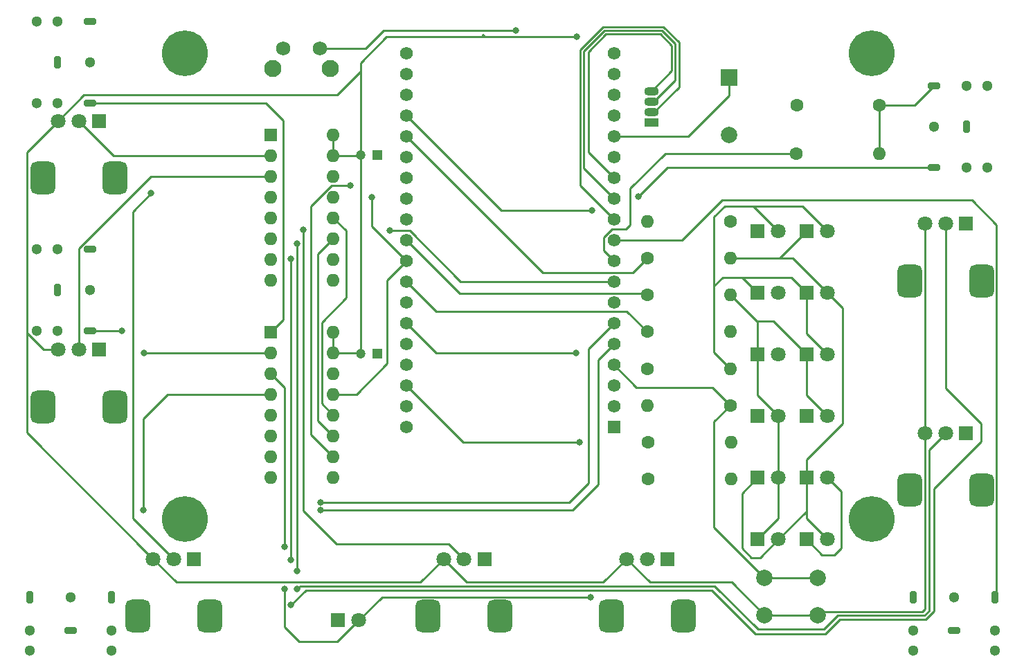
<source format=gbr>
%TF.GenerationSoftware,KiCad,Pcbnew,(6.0.4)*%
%TF.CreationDate,2022-10-02T13:18:34+02:00*%
%TF.ProjectId,Spikeling_V2.2b,5370696b-656c-4696-9e67-5f56322e3262,rev?*%
%TF.SameCoordinates,Original*%
%TF.FileFunction,Copper,L1,Top*%
%TF.FilePolarity,Positive*%
%FSLAX46Y46*%
G04 Gerber Fmt 4.6, Leading zero omitted, Abs format (unit mm)*
G04 Created by KiCad (PCBNEW (6.0.4)) date 2022-10-02 13:18:34*
%MOMM*%
%LPD*%
G01*
G04 APERTURE LIST*
G04 Aperture macros list*
%AMRoundRect*
0 Rectangle with rounded corners*
0 $1 Rounding radius*
0 $2 $3 $4 $5 $6 $7 $8 $9 X,Y pos of 4 corners*
0 Add a 4 corners polygon primitive as box body*
4,1,4,$2,$3,$4,$5,$6,$7,$8,$9,$2,$3,0*
0 Add four circle primitives for the rounded corners*
1,1,$1+$1,$2,$3*
1,1,$1+$1,$4,$5*
1,1,$1+$1,$6,$7*
1,1,$1+$1,$8,$9*
0 Add four rect primitives between the rounded corners*
20,1,$1+$1,$2,$3,$4,$5,0*
20,1,$1+$1,$4,$5,$6,$7,0*
20,1,$1+$1,$6,$7,$8,$9,0*
20,1,$1+$1,$8,$9,$2,$3,0*%
G04 Aperture macros list end*
%TA.AperFunction,ComponentPad*%
%ADD10O,1.800000X1.070000*%
%TD*%
%TA.AperFunction,ComponentPad*%
%ADD11R,1.800000X1.070000*%
%TD*%
%TA.AperFunction,ComponentPad*%
%ADD12C,5.600000*%
%TD*%
%TA.AperFunction,ComponentPad*%
%ADD13R,1.800000X1.800000*%
%TD*%
%TA.AperFunction,ComponentPad*%
%ADD14C,1.800000*%
%TD*%
%TA.AperFunction,ComponentPad*%
%ADD15C,1.600000*%
%TD*%
%TA.AperFunction,ComponentPad*%
%ADD16O,1.600000X1.600000*%
%TD*%
%TA.AperFunction,ComponentPad*%
%ADD17R,1.600000X1.600000*%
%TD*%
%TA.AperFunction,ComponentPad*%
%ADD18RoundRect,0.750000X-0.750000X1.250000X-0.750000X-1.250000X0.750000X-1.250000X0.750000X1.250000X0*%
%TD*%
%TA.AperFunction,ComponentPad*%
%ADD19C,1.300000*%
%TD*%
%TA.AperFunction,ComponentPad*%
%ADD20RoundRect,0.200000X0.550000X0.200000X-0.550000X0.200000X-0.550000X-0.200000X0.550000X-0.200000X0*%
%TD*%
%TA.AperFunction,ComponentPad*%
%ADD21RoundRect,0.200000X-0.200000X0.550000X-0.200000X-0.550000X0.200000X-0.550000X0.200000X0.550000X0*%
%TD*%
%TA.AperFunction,ComponentPad*%
%ADD22RoundRect,0.200000X-0.550000X-0.200000X0.550000X-0.200000X0.550000X0.200000X-0.550000X0.200000X0*%
%TD*%
%TA.AperFunction,ComponentPad*%
%ADD23RoundRect,0.200000X0.200000X-0.550000X0.200000X0.550000X-0.200000X0.550000X-0.200000X-0.550000X0*%
%TD*%
%TA.AperFunction,ComponentPad*%
%ADD24R,1.200000X1.200000*%
%TD*%
%TA.AperFunction,ComponentPad*%
%ADD25C,1.200000*%
%TD*%
%TA.AperFunction,ComponentPad*%
%ADD26C,2.100000*%
%TD*%
%TA.AperFunction,ComponentPad*%
%ADD27C,1.750000*%
%TD*%
%TA.AperFunction,ComponentPad*%
%ADD28R,2.000000X2.000000*%
%TD*%
%TA.AperFunction,ComponentPad*%
%ADD29C,2.000000*%
%TD*%
%TA.AperFunction,ComponentPad*%
%ADD30R,1.560000X1.560000*%
%TD*%
%TA.AperFunction,ComponentPad*%
%ADD31C,1.560000*%
%TD*%
%TA.AperFunction,ViaPad*%
%ADD32C,0.800000*%
%TD*%
%TA.AperFunction,Conductor*%
%ADD33C,0.250000*%
%TD*%
G04 APERTURE END LIST*
D10*
%TO.P,D14,1,RA*%
%TO.N,/27*%
X177000000Y-62230000D03*
D11*
%TO.P,D14,2,K*%
%TO.N,Net-(R4-Pad2)*%
X177000000Y-63500000D03*
D10*
%TO.P,D14,3,GA*%
%TO.N,/14*%
X177000000Y-60960000D03*
%TO.P,D14,4,BA*%
%TO.N,/12*%
X177000000Y-59690000D03*
%TD*%
D12*
%TO.P, ,1*%
%TO.N,N/C*%
X120000000Y-55000000D03*
%TD*%
D13*
%TO.P,D7,1,K*%
%TO.N,Net-(R8-Pad2)*%
X190000000Y-76779000D03*
D14*
%TO.P,D7,2,A*%
%TO.N,Net-(R9-Pad2)*%
X192540000Y-76779000D03*
%TD*%
D13*
%TO.P,D2,1,K*%
%TO.N,Net-(R7-Pad2)*%
X190000000Y-114504000D03*
D14*
%TO.P,D2,2,A*%
%TO.N,Net-(R6-Pad2)*%
X192540000Y-114504000D03*
%TD*%
D15*
%TO.P,R5,1*%
%TO.N,/39*%
X186660000Y-98100000D03*
D16*
%TO.P,R5,2*%
%TO.N,GNDREF*%
X176500000Y-98100000D03*
%TD*%
D17*
%TO.P,U3,1,CH0*%
%TO.N,/200*%
X130500000Y-89125000D03*
D16*
%TO.P,U3,2,CH1*%
%TO.N,/201*%
X130500000Y-91665000D03*
%TO.P,U3,3,CH2*%
%TO.N,/202*%
X130500000Y-94205000D03*
%TO.P,U3,4,CH3*%
%TO.N,/203*%
X130500000Y-96745000D03*
%TO.P,U3,5,CH4*%
%TO.N,/204*%
X130500000Y-99285000D03*
%TO.P,U3,6,CH5*%
%TO.N,/205*%
X130500000Y-101825000D03*
%TO.P,U3,7,CH6*%
%TO.N,/206*%
X130500000Y-104365000D03*
%TO.P,U3,8,CH7*%
%TO.N,/207*%
X130500000Y-106905000D03*
%TO.P,U3,9,DGND*%
%TO.N,GNDREF*%
X138120000Y-106905000D03*
%TO.P,U3,10,~{CS}/SHDN*%
%TO.N,/04*%
X138120000Y-104365000D03*
%TO.P,U3,11,Din*%
%TO.N,/32*%
X138120000Y-101825000D03*
%TO.P,U3,12,Dout*%
%TO.N,/33*%
X138120000Y-99285000D03*
%TO.P,U3,13,CLK*%
%TO.N,/18*%
X138120000Y-96745000D03*
%TO.P,U3,14,AGND*%
%TO.N,GNDREF*%
X138120000Y-94205000D03*
%TO.P,U3,15,Vref*%
%TO.N,VCC*%
X138120000Y-91665000D03*
%TO.P,U3,16,Vdd*%
X138120000Y-89125000D03*
%TD*%
D13*
%TO.P,RV6,1,1*%
%TO.N,GNDREF*%
X215500000Y-101500000D03*
D14*
%TO.P,RV6,2,2*%
%TO.N,/104*%
X213000000Y-101500000D03*
%TO.P,RV6,3,3*%
%TO.N,VCC*%
X210500000Y-101500000D03*
D18*
%TO.P,RV6,MP*%
%TO.N,N/C*%
X208600000Y-108500000D03*
X217400000Y-108500000D03*
%TD*%
D13*
%TO.P,RV4,1,1*%
%TO.N,GNDREF*%
X179000000Y-116900000D03*
D14*
%TO.P,RV4,2,2*%
%TO.N,/106*%
X176500000Y-116900000D03*
%TO.P,RV4,3,3*%
%TO.N,VCC*%
X174000000Y-116900000D03*
D18*
%TO.P,RV4,MP*%
%TO.N,N/C*%
X180900000Y-123900000D03*
X172100000Y-123900000D03*
%TD*%
D19*
%TO.P,J2,*%
%TO.N,*%
X101882500Y-51100000D03*
X104382500Y-51100000D03*
X108382500Y-56100000D03*
X101882500Y-61100000D03*
X104382500Y-61100000D03*
D20*
%TO.P,J2,R*%
%TO.N,/200*%
X108382500Y-61100000D03*
D21*
%TO.P,J2,S*%
%TO.N,GNDREF*%
X104382500Y-56100000D03*
D20*
%TO.P,J2,T*%
%TO.N,/35*%
X108382500Y-51100000D03*
%TD*%
D19*
%TO.P,J1,*%
%TO.N,*%
X215600000Y-59000000D03*
X215600000Y-69000000D03*
X218100000Y-59000000D03*
X211600000Y-64000000D03*
X218100000Y-69000000D03*
D22*
%TO.P,J1,R*%
%TO.N,Net-(R1-Pad2)*%
X211600000Y-59000000D03*
D23*
%TO.P,J1,S*%
%TO.N,GNDREF*%
X215600000Y-64000000D03*
D22*
%TO.P,J1,T*%
%TO.N,/15*%
X211600000Y-69000000D03*
%TD*%
D13*
%TO.P,RV1,1,1*%
%TO.N,GNDREF*%
X109500000Y-63300000D03*
D14*
%TO.P,RV1,2,2*%
%TO.N,/101*%
X107000000Y-63300000D03*
%TO.P,RV1,3,3*%
%TO.N,VCC*%
X104500000Y-63300000D03*
D18*
%TO.P,RV1,MP*%
%TO.N,N/C*%
X102600000Y-70300000D03*
X111400000Y-70300000D03*
%TD*%
D13*
%TO.P,D4,1,K*%
%TO.N,Net-(R8-Pad2)*%
X190000000Y-99414000D03*
D14*
%TO.P,D4,2,A*%
%TO.N,Net-(R7-Pad2)*%
X192540000Y-99414000D03*
%TD*%
D13*
%TO.P,RV3,1,1*%
%TO.N,GNDREF*%
X121100000Y-116900000D03*
D14*
%TO.P,RV3,2,2*%
%TO.N,/100*%
X118600000Y-116900000D03*
%TO.P,RV3,3,3*%
%TO.N,VCC*%
X116100000Y-116900000D03*
D18*
%TO.P,RV3,MP*%
%TO.N,N/C*%
X123000000Y-123900000D03*
X114200000Y-123900000D03*
%TD*%
D15*
%TO.P,R3,1*%
%TO.N,/22*%
X176600000Y-102600000D03*
D16*
%TO.P,R3,2*%
%TO.N,Net-(R3-Pad2)*%
X186760000Y-102600000D03*
%TD*%
D12*
%TO.P, ,1*%
%TO.N,N/C*%
X204000000Y-55000000D03*
%TD*%
D17*
%TO.P,U2,1,CH0*%
%TO.N,/100*%
X130500000Y-65000000D03*
D16*
%TO.P,U2,2,CH1*%
%TO.N,/101*%
X130500000Y-67540000D03*
%TO.P,U2,3,CH2*%
%TO.N,/102*%
X130500000Y-70080000D03*
%TO.P,U2,4,CH3*%
%TO.N,/103*%
X130500000Y-72620000D03*
%TO.P,U2,5,CH4*%
%TO.N,/104*%
X130500000Y-75160000D03*
%TO.P,U2,6,CH5*%
%TO.N,/105*%
X130500000Y-77700000D03*
%TO.P,U2,7,CH6*%
%TO.N,/106*%
X130500000Y-80240000D03*
%TO.P,U2,8,CH7*%
%TO.N,/107*%
X130500000Y-82780000D03*
%TO.P,U2,9,DGND*%
%TO.N,GNDREF*%
X138120000Y-82780000D03*
%TO.P,U2,10,~{CS}/SHDN*%
%TO.N,/00*%
X138120000Y-80240000D03*
%TO.P,U2,11,Din*%
%TO.N,/32*%
X138120000Y-77700000D03*
%TO.P,U2,12,Dout*%
%TO.N,/33*%
X138120000Y-75160000D03*
%TO.P,U2,13,CLK*%
%TO.N,/18*%
X138120000Y-72620000D03*
%TO.P,U2,14,AGND*%
%TO.N,GNDREF*%
X138120000Y-70080000D03*
%TO.P,U2,15,Vref*%
%TO.N,VCC*%
X138120000Y-67540000D03*
%TO.P,U2,16,Vdd*%
X138120000Y-65000000D03*
%TD*%
D24*
%TO.P,C2,1*%
%TO.N,GNDREF*%
X143472600Y-91750000D03*
D25*
%TO.P,C2,2*%
%TO.N,VCC*%
X141472600Y-91750000D03*
%TD*%
D19*
%TO.P,J5,*%
%TO.N,*%
X219000000Y-125617500D03*
X219000000Y-128117500D03*
X209000000Y-128117500D03*
X214000000Y-121617500D03*
X209000000Y-125617500D03*
D21*
%TO.P,J5,R*%
%TO.N,/26*%
X219000000Y-121617500D03*
D22*
%TO.P,J5,S*%
%TO.N,GNDREF*%
X214000000Y-125617500D03*
D21*
%TO.P,J5,T*%
%TO.N,Net-(R3-Pad2)*%
X209000000Y-121617500D03*
%TD*%
D26*
%TO.P,SW2,*%
%TO.N,*%
X137760000Y-56930000D03*
X130750000Y-56930000D03*
D27*
%TO.P,SW2,1,1*%
%TO.N,GNDREF*%
X132000000Y-54440000D03*
%TO.P,SW2,2,2*%
%TO.N,Net-(SW2-Pad2)*%
X136500000Y-54440000D03*
%TD*%
D13*
%TO.P,D11,1,K*%
%TO.N,Net-(R7-Pad2)*%
X196000000Y-91869000D03*
D14*
%TO.P,D11,2,A*%
%TO.N,Net-(R9-Pad2)*%
X198540000Y-91869000D03*
%TD*%
D13*
%TO.P,D9,1,K*%
%TO.N,Net-(R6-Pad2)*%
X196000000Y-106959000D03*
D14*
%TO.P,D9,2,A*%
%TO.N,Net-(R8-Pad2)*%
X198540000Y-106959000D03*
%TD*%
D24*
%TO.P,C1,1*%
%TO.N,GNDREF*%
X143472600Y-67500000D03*
D25*
%TO.P,C1,2*%
%TO.N,VCC*%
X141472600Y-67500000D03*
%TD*%
D15*
%TO.P,R9,1*%
%TO.N,/21*%
X176500000Y-93600000D03*
D16*
%TO.P,R9,2*%
%TO.N,Net-(R9-Pad2)*%
X186660000Y-93600000D03*
%TD*%
D13*
%TO.P,D13,1,K*%
%TO.N,Net-(R6-Pad2)*%
X196000000Y-76779000D03*
D14*
%TO.P,D13,2,A*%
%TO.N,Net-(R9-Pad2)*%
X198540000Y-76779000D03*
%TD*%
D13*
%TO.P,D12,1,K*%
%TO.N,Net-(R9-Pad2)*%
X196000000Y-84324000D03*
D14*
%TO.P,D12,2,A*%
%TO.N,Net-(R6-Pad2)*%
X198540000Y-84324000D03*
%TD*%
D13*
%TO.P,D10,1,K*%
%TO.N,Net-(R9-Pad2)*%
X196000000Y-99414000D03*
D14*
%TO.P,D10,2,A*%
%TO.N,Net-(R7-Pad2)*%
X198540000Y-99414000D03*
%TD*%
D15*
%TO.P,R1,1*%
%TO.N,/25*%
X194720000Y-67300000D03*
D16*
%TO.P,R1,2*%
%TO.N,Net-(R1-Pad2)*%
X204880000Y-67300000D03*
%TD*%
D13*
%TO.P,D1,1,K*%
%TO.N,GNDREF*%
X138688000Y-124400000D03*
D14*
%TO.P,D1,2,A*%
%TO.N,/202*%
X141228000Y-124400000D03*
%TD*%
D13*
%TO.P,RV7,1,1*%
%TO.N,GNDREF*%
X215500000Y-75872000D03*
D14*
%TO.P,RV7,2,2*%
%TO.N,/105*%
X213000000Y-75872000D03*
%TO.P,RV7,3,3*%
%TO.N,VCC*%
X210500000Y-75872000D03*
D18*
%TO.P,RV7,MP*%
%TO.N,N/C*%
X208600000Y-82872000D03*
X217400000Y-82872000D03*
%TD*%
D13*
%TO.P,RV2,1,1*%
%TO.N,GNDREF*%
X109500000Y-91300000D03*
D14*
%TO.P,RV2,2,2*%
%TO.N,/102*%
X107000000Y-91300000D03*
%TO.P,RV2,3,3*%
%TO.N,VCC*%
X104500000Y-91300000D03*
D18*
%TO.P,RV2,MP*%
%TO.N,N/C*%
X111400000Y-98300000D03*
X102600000Y-98300000D03*
%TD*%
D19*
%TO.P,e,*%
%TO.N,*%
X104382500Y-79000000D03*
X101882500Y-89000000D03*
X101882500Y-79000000D03*
X108382500Y-84000000D03*
X104382500Y-89000000D03*
D20*
%TO.P,e,R*%
%TO.N,/201*%
X108382500Y-89000000D03*
D21*
%TO.P,e,S*%
%TO.N,GNDREF*%
X104382500Y-84000000D03*
D20*
%TO.P,e,T*%
%TO.N,/34*%
X108382500Y-79000000D03*
%TD*%
D13*
%TO.P,D3,1,K*%
%TO.N,Net-(R6-Pad2)*%
X190000000Y-106959000D03*
D14*
%TO.P,D3,2,A*%
%TO.N,Net-(R7-Pad2)*%
X192540000Y-106959000D03*
%TD*%
D12*
%TO.P, ,1*%
%TO.N,N/C*%
X204000000Y-112000000D03*
%TD*%
D13*
%TO.P,D5,1,K*%
%TO.N,Net-(R7-Pad2)*%
X190000000Y-91869000D03*
D14*
%TO.P,D5,2,A*%
%TO.N,Net-(R8-Pad2)*%
X192540000Y-91869000D03*
%TD*%
D19*
%TO.P,J4,*%
%TO.N,*%
X101000000Y-128117500D03*
X111000000Y-125617500D03*
X101000000Y-125617500D03*
X111000000Y-128117500D03*
X106000000Y-121617500D03*
D21*
%TO.P,J4,R*%
%TO.N,/203*%
X111000000Y-121617500D03*
D22*
%TO.P,J4,S*%
%TO.N,GNDREF*%
X106000000Y-125617500D03*
D21*
%TO.P,J4,T*%
%TO.N,unconnected-(J4-PadT)*%
X101000000Y-121617500D03*
%TD*%
D15*
%TO.P,R8,1*%
%TO.N,/19*%
X176500000Y-89100000D03*
D16*
%TO.P,R8,2*%
%TO.N,Net-(R8-Pad2)*%
X186660000Y-89100000D03*
%TD*%
D15*
%TO.P,R2,1*%
%TO.N,/202*%
X176600000Y-107100000D03*
D16*
%TO.P,R2,2*%
%TO.N,GNDREF*%
X186760000Y-107100000D03*
%TD*%
D13*
%TO.P,RV5,1,1*%
%TO.N,GNDREF*%
X156619000Y-116900000D03*
D14*
%TO.P,RV5,2,2*%
%TO.N,/103*%
X154119000Y-116900000D03*
%TO.P,RV5,3,3*%
%TO.N,VCC*%
X151619000Y-116900000D03*
D18*
%TO.P,RV5,MP*%
%TO.N,N/C*%
X149719000Y-123900000D03*
X158519000Y-123900000D03*
%TD*%
D15*
%TO.P,C3,1*%
%TO.N,Net-(R1-Pad2)*%
X204860000Y-61350000D03*
%TO.P,C3,2*%
%TO.N,GNDREF*%
X194830000Y-61350000D03*
%TD*%
%TO.P,R7,1*%
%TO.N,/05*%
X176500000Y-84600000D03*
D16*
%TO.P,R7,2*%
%TO.N,Net-(R7-Pad2)*%
X186660000Y-84600000D03*
%TD*%
D15*
%TO.P,R4,1*%
%TO.N,GNDREF*%
X186680000Y-75600000D03*
D16*
%TO.P,R4,2*%
%TO.N,Net-(R4-Pad2)*%
X176520000Y-75600000D03*
%TD*%
D28*
%TO.P,BZ1,1,-*%
%TO.N,/13*%
X186500000Y-58000000D03*
D29*
%TO.P,BZ1,2,+*%
%TO.N,GNDREF*%
X186500000Y-65000000D03*
%TD*%
D12*
%TO.P, ,1*%
%TO.N,N/C*%
X120000000Y-112000000D03*
%TD*%
D15*
%TO.P,R6,1*%
%TO.N,/02*%
X176500000Y-80100000D03*
D16*
%TO.P,R6,2*%
%TO.N,Net-(R6-Pad2)*%
X186660000Y-80100000D03*
%TD*%
D29*
%TO.P,SW1,1,1*%
%TO.N,/39*%
X190860000Y-119250000D03*
X197360000Y-119250000D03*
%TO.P,SW1,2,2*%
%TO.N,VCC*%
X197360000Y-123750000D03*
X190860000Y-123750000D03*
%TD*%
D30*
%TO.P,U1,1,3V3*%
%TO.N,+3V3*%
X172450000Y-100760000D03*
D31*
%TO.P,U1,2,EN*%
%TO.N,Net-(SW2-Pad2)*%
X172450000Y-98220000D03*
%TO.P,U1,3,SENSOR_VP*%
%TO.N,unconnected-(U1-Pad3)*%
X172450000Y-95680000D03*
%TO.P,U1,4,SENSOR_VN*%
%TO.N,/39*%
X172450000Y-93140000D03*
%TO.P,U1,5,IO34*%
%TO.N,/34*%
X172450000Y-90600000D03*
%TO.P,U1,6,IO35*%
%TO.N,/35*%
X172450000Y-88060000D03*
%TO.P,U1,7,IO32*%
%TO.N,/32*%
X172450000Y-85520000D03*
%TO.P,U1,8,IO33*%
%TO.N,/33*%
X172450000Y-82980000D03*
%TO.P,U1,9,IO25*%
%TO.N,/25*%
X172450000Y-80440000D03*
%TO.P,U1,10,IO26*%
%TO.N,/26*%
X172450000Y-77900000D03*
%TO.P,U1,11,IO27*%
%TO.N,/27*%
X172450000Y-75360000D03*
%TO.P,U1,12,IO14*%
%TO.N,/14*%
X172450000Y-72820000D03*
%TO.P,U1,13,IO12*%
%TO.N,/12*%
X172450000Y-70280000D03*
%TO.P,U1,14,GND1*%
%TO.N,GNDREF*%
X172450000Y-67740000D03*
%TO.P,U1,15,IO13*%
%TO.N,/13*%
X172450000Y-65200000D03*
%TO.P,U1,16,SD2*%
%TO.N,unconnected-(U1-Pad16)*%
X172450000Y-62660000D03*
%TO.P,U1,17,SD3*%
%TO.N,unconnected-(U1-Pad17)*%
X172450000Y-60120000D03*
%TO.P,U1,18,CMD*%
%TO.N,unconnected-(U1-Pad18)*%
X172450000Y-57580000D03*
%TO.P,U1,19,EXT_5V*%
%TO.N,VCC*%
X172450000Y-55040000D03*
%TO.P,U1,20,GND3*%
%TO.N,GNDREF*%
X147050000Y-100760000D03*
%TO.P,U1,21,IO23*%
%TO.N,/23*%
X147050000Y-98220000D03*
%TO.P,U1,22,IO22*%
%TO.N,/22*%
X147050000Y-95680000D03*
%TO.P,U1,23,TXD0*%
%TO.N,unconnected-(U1-Pad23)*%
X147050000Y-93140000D03*
%TO.P,U1,24,RXD0*%
%TO.N,unconnected-(U1-Pad24)*%
X147050000Y-90600000D03*
%TO.P,U1,25,IO21*%
%TO.N,/21*%
X147050000Y-88060000D03*
%TO.P,U1,26,GND2*%
%TO.N,GNDREF*%
X147050000Y-85520000D03*
%TO.P,U1,27,IO19*%
%TO.N,/19*%
X147050000Y-82980000D03*
%TO.P,U1,28,IO18*%
%TO.N,/18*%
X147050000Y-80440000D03*
%TO.P,U1,29,IO5*%
%TO.N,/05*%
X147050000Y-77900000D03*
%TO.P,U1,30,IO17*%
%TO.N,/17*%
X147050000Y-75360000D03*
%TO.P,U1,31,IO16*%
%TO.N,/16*%
X147050000Y-72820000D03*
%TO.P,U1,32,IO4*%
%TO.N,/04*%
X147050000Y-70280000D03*
%TO.P,U1,33,IO0*%
%TO.N,/00*%
X147050000Y-67740000D03*
%TO.P,U1,34,IO2*%
%TO.N,/02*%
X147050000Y-65200000D03*
%TO.P,U1,35,IO15*%
%TO.N,/15*%
X147050000Y-62660000D03*
%TO.P,U1,36,SD1*%
%TO.N,unconnected-(U1-Pad36)*%
X147050000Y-60120000D03*
%TO.P,U1,37,SD0*%
%TO.N,unconnected-(U1-Pad37)*%
X147050000Y-57580000D03*
%TO.P,U1,38,CLK*%
%TO.N,unconnected-(U1-Pad38)*%
X147050000Y-55040000D03*
%TD*%
D13*
%TO.P,D8,1,K*%
%TO.N,Net-(R8-Pad2)*%
X196000000Y-114504000D03*
D14*
%TO.P,D8,2,A*%
%TO.N,Net-(R6-Pad2)*%
X198540000Y-114504000D03*
%TD*%
D13*
%TO.P,D6,1,K*%
%TO.N,Net-(R9-Pad2)*%
X190000000Y-84324000D03*
D14*
%TO.P,D6,2,A*%
%TO.N,Net-(R8-Pad2)*%
X192540000Y-84324000D03*
%TD*%
D32*
%TO.N,/34*%
X136550000Y-110950000D03*
%TO.N,/35*%
X136550000Y-109950000D03*
%TO.N,/22*%
X168250000Y-102600000D03*
%TO.N,/21*%
X167804511Y-91704511D03*
%TO.N,/15*%
X175400000Y-72600000D03*
X169744511Y-74255489D03*
%TO.N,VCC*%
X167900000Y-53000000D03*
%TO.N,/202*%
X132200000Y-120600000D03*
X132200000Y-115400000D03*
X169550000Y-121550000D03*
%TO.N,/203*%
X114900000Y-110900000D03*
%TO.N,/103*%
X134480000Y-76600000D03*
%TO.N,/105*%
X132950000Y-122550000D03*
X132950000Y-117000000D03*
X132950000Y-80150000D03*
%TO.N,/104*%
X133700000Y-78350000D03*
X133700000Y-118350000D03*
X133700000Y-120600000D03*
%TO.N,/201*%
X114965000Y-91665000D03*
X112300000Y-89000000D03*
%TO.N,/33*%
X145000000Y-76750000D03*
%TO.N,/18*%
X142800000Y-72650000D03*
%TO.N,/04*%
X140195489Y-71204511D03*
%TO.N,/100*%
X115850000Y-72150000D03*
%TO.N,Net-(SW2-Pad2)*%
X160474511Y-52275489D03*
%TD*%
D33*
%TO.N,/27*%
X180400000Y-53700000D02*
X180400000Y-59140544D01*
X178500000Y-51800000D02*
X180400000Y-53700000D01*
X172450000Y-75360000D02*
X168300000Y-71210000D01*
X177310544Y-62230000D02*
X177000000Y-62230000D01*
X172450000Y-75360000D02*
X172450000Y-74879700D01*
X168300000Y-54600000D02*
X171100000Y-51800000D01*
X176600000Y-62140000D02*
X177750000Y-62140000D01*
X180400000Y-59140544D02*
X177310544Y-62230000D01*
X168300000Y-71210000D02*
X168300000Y-54600000D01*
X171100000Y-51800000D02*
X178500000Y-51800000D01*
%TO.N,/26*%
X219224520Y-76024520D02*
X219224520Y-121392980D01*
X180750000Y-77900000D02*
X185650000Y-73000000D01*
X219224520Y-121392980D02*
X219000000Y-121617500D01*
X185650000Y-73000000D02*
X216200000Y-73000000D01*
X172450000Y-77900000D02*
X180750000Y-77900000D01*
X216200000Y-73000000D02*
X219224520Y-76024520D01*
%TO.N,/34*%
X172450000Y-90600000D02*
X170550000Y-92500000D01*
X170550000Y-92500000D02*
X170550000Y-107800000D01*
X136550000Y-110950000D02*
X136500000Y-110950000D01*
X167400000Y-110950000D02*
X136550000Y-110950000D01*
X170550000Y-107800000D02*
X167400000Y-110950000D01*
%TO.N,/35*%
X169350000Y-91160000D02*
X169350000Y-107600000D01*
X167000000Y-109950000D02*
X136550000Y-109950000D01*
X169350000Y-107600000D02*
X167000000Y-109950000D01*
X172450000Y-88060000D02*
X169350000Y-91160000D01*
%TO.N,/25*%
X174450000Y-71550000D02*
X178700000Y-67300000D01*
X172450000Y-80440000D02*
X171200000Y-79190000D01*
X172237984Y-76550000D02*
X173900000Y-76550000D01*
X171200000Y-79190000D02*
X171200000Y-77587984D01*
X171200000Y-77587984D02*
X172237984Y-76550000D01*
X173900000Y-76550000D02*
X174450000Y-76000000D01*
X178700000Y-67300000D02*
X194720000Y-67300000D01*
X174450000Y-76000000D02*
X174450000Y-71550000D01*
%TO.N,/14*%
X168749520Y-69119520D02*
X172450000Y-72820000D01*
X179950480Y-53886198D02*
X179950480Y-58320064D01*
X179950480Y-53886198D02*
X178313802Y-52249520D01*
X171286198Y-52249520D02*
X168749520Y-54786198D01*
X168749520Y-54786198D02*
X168749520Y-69119520D01*
X179950480Y-58320064D02*
X177310544Y-60960000D01*
X177310544Y-60960000D02*
X177000000Y-60960000D01*
X178313802Y-52249520D02*
X171286198Y-52249520D01*
%TO.N,/12*%
X177000000Y-59690000D02*
X179500000Y-57190000D01*
X169300000Y-67130000D02*
X172450000Y-70280000D01*
X178127604Y-52699040D02*
X171472396Y-52699040D01*
X179500000Y-57190000D02*
X179500000Y-54071436D01*
X171472396Y-52699040D02*
X169300000Y-54871436D01*
X179500000Y-54071436D02*
X178127604Y-52699040D01*
X169300000Y-54871436D02*
X169300000Y-67130000D01*
%TO.N,/13*%
X181500000Y-65200000D02*
X186500000Y-60200000D01*
X172450000Y-65200000D02*
X172450000Y-64800000D01*
X172450000Y-65200000D02*
X181500000Y-65200000D01*
X186500000Y-60200000D02*
X186500000Y-59000000D01*
%TO.N,/22*%
X147050000Y-95680000D02*
X153970000Y-102600000D01*
X153970000Y-102600000D02*
X168250000Y-102600000D01*
%TO.N,/21*%
X150694511Y-91704511D02*
X147050000Y-88060000D01*
X167804511Y-91704511D02*
X150694511Y-91704511D01*
%TO.N,/19*%
X150694511Y-86624511D02*
X147050000Y-82980000D01*
X176500000Y-89100000D02*
X174024511Y-86624511D01*
X174024511Y-86624511D02*
X150694511Y-86624511D01*
%TO.N,/05*%
X153565489Y-84415489D02*
X147050000Y-77900000D01*
X176315489Y-84415489D02*
X153565489Y-84415489D01*
X176500000Y-84600000D02*
X176315489Y-84415489D01*
%TO.N,/02*%
X163725489Y-81875489D02*
X147050000Y-65200000D01*
X176500000Y-80100000D02*
X174724511Y-81875489D01*
X174724511Y-81875489D02*
X163725489Y-81875489D01*
%TO.N,/15*%
X158645489Y-74255489D02*
X169744511Y-74255489D01*
X179000000Y-69000000D02*
X175400000Y-72600000D01*
X211600000Y-69000000D02*
X179000000Y-69000000D01*
X147050000Y-62660000D02*
X158645489Y-74255489D01*
%TO.N,Net-(R1-Pad2)*%
X211600000Y-59000000D02*
X209250000Y-61350000D01*
X204880000Y-61370000D02*
X204860000Y-61350000D01*
X204880000Y-67300000D02*
X204880000Y-61370000D01*
X209250000Y-61350000D02*
X204860000Y-61350000D01*
%TO.N,Net-(R7-Pad2)*%
X190000000Y-87940000D02*
X190000000Y-91869000D01*
X186660000Y-84600000D02*
X189880000Y-87820000D01*
X192540000Y-106959000D02*
X192540000Y-111964000D01*
X189880000Y-87820000D02*
X190000000Y-87940000D01*
X196000000Y-91869000D02*
X191951000Y-87820000D01*
X196000000Y-96874000D02*
X198540000Y-99414000D01*
X192540000Y-111964000D02*
X190000000Y-114504000D01*
X190000000Y-91869000D02*
X190000000Y-96874000D01*
X190000000Y-96874000D02*
X192540000Y-99414000D01*
X192540000Y-99414000D02*
X192540000Y-106959000D01*
X196000000Y-91869000D02*
X196000000Y-96874000D01*
X191951000Y-87820000D02*
X189880000Y-87820000D01*
%TO.N,Net-(R6-Pad2)*%
X186660000Y-80100000D02*
X192679000Y-80100000D01*
X192679000Y-80100000D02*
X196000000Y-76779000D01*
X198540000Y-84324000D02*
X194316000Y-80100000D01*
X196000000Y-110850000D02*
X196000000Y-106959000D01*
X196000000Y-106959000D02*
X196000000Y-104750000D01*
X196000000Y-111964000D02*
X196000000Y-110850000D01*
X196000000Y-104750000D02*
X200400000Y-100350000D01*
X198540000Y-114504000D02*
X196000000Y-111964000D01*
X200400000Y-100350000D02*
X200400000Y-86184000D01*
X189250000Y-116750000D02*
X190294000Y-116750000D01*
X190294000Y-116750000D02*
X192540000Y-114504000D01*
X188100000Y-108859000D02*
X188100000Y-115600000D01*
X188100000Y-115600000D02*
X189250000Y-116750000D01*
X200400000Y-86184000D02*
X198540000Y-84324000D01*
X190000000Y-106959000D02*
X188100000Y-108859000D01*
X196000000Y-111044000D02*
X196000000Y-110850000D01*
X192540000Y-114504000D02*
X196000000Y-111044000D01*
X194316000Y-80100000D02*
X192679000Y-80100000D01*
%TO.N,Net-(R8-Pad2)*%
X196000000Y-114504000D02*
X197896000Y-116400000D01*
X200200000Y-108619000D02*
X198540000Y-106959000D01*
X196000000Y-114504000D02*
X196004000Y-114504000D01*
X200200000Y-115600000D02*
X200200000Y-108619000D01*
X199400000Y-116400000D02*
X200200000Y-115600000D01*
X197896000Y-116400000D02*
X199400000Y-116400000D01*
%TO.N,Net-(R9-Pad2)*%
X185750000Y-82450000D02*
X188126000Y-82450000D01*
X196000000Y-89329000D02*
X198540000Y-91869000D01*
X196000000Y-84324000D02*
X196000000Y-89329000D01*
X195511000Y-73750000D02*
X189511000Y-73750000D01*
X186000000Y-73750000D02*
X189511000Y-73750000D01*
X184700000Y-83500000D02*
X184700000Y-75050000D01*
X194126000Y-82450000D02*
X188126000Y-82450000D01*
X186660000Y-93600000D02*
X184700000Y-91640000D01*
X184700000Y-91640000D02*
X184700000Y-83500000D01*
X188126000Y-82450000D02*
X190000000Y-84324000D01*
X189511000Y-73750000D02*
X192540000Y-76779000D01*
X184700000Y-75050000D02*
X186000000Y-73750000D01*
X184700000Y-83500000D02*
X185750000Y-82450000D01*
X198540000Y-76779000D02*
X195511000Y-73750000D01*
X196000000Y-84324000D02*
X194126000Y-82450000D01*
%TO.N,Net-(R4-Pad2)*%
X176600000Y-63410000D02*
X177750000Y-63410000D01*
%TO.N,/39*%
X184650000Y-100110000D02*
X184650000Y-113040000D01*
X172450000Y-93140000D02*
X175210000Y-95900000D01*
X186660000Y-98100000D02*
X184650000Y-100110000D01*
X190860000Y-119250000D02*
X197360000Y-119250000D01*
X175210000Y-95900000D02*
X184460000Y-95900000D01*
X184650000Y-113040000D02*
X190860000Y-119250000D01*
X184460000Y-95900000D02*
X186660000Y-98100000D01*
%TO.N,VCC*%
X156649982Y-53000000D02*
X164550000Y-53000000D01*
X156374991Y-52725009D02*
X156649982Y-53000000D01*
X186860000Y-119750000D02*
X176850000Y-119750000D01*
X104500000Y-63300000D02*
X100650000Y-67150000D01*
X138120000Y-89125000D02*
X138120000Y-91665000D01*
X210149040Y-123350960D02*
X197759040Y-123350960D01*
X156350000Y-53000000D02*
X156350000Y-52750000D01*
X102740678Y-91300000D02*
X104500000Y-91300000D01*
X144650000Y-53000000D02*
X156350000Y-53000000D01*
X197759040Y-123350960D02*
X197360000Y-123750000D01*
X154469000Y-119750000D02*
X171150000Y-119750000D01*
X116100000Y-116900000D02*
X100650000Y-101450000D01*
X171150000Y-119750000D02*
X174000000Y-116900000D01*
X141472600Y-57277400D02*
X141472600Y-56177400D01*
X138600000Y-60150000D02*
X141472600Y-57277400D01*
X164550000Y-53000000D02*
X164700000Y-53000000D01*
X138120000Y-67540000D02*
X141432600Y-67540000D01*
X141472600Y-67500000D02*
X141472600Y-56177400D01*
X148769000Y-119750000D02*
X151619000Y-116900000D01*
X100650000Y-67150000D02*
X100650000Y-89209322D01*
X100650000Y-89209322D02*
X102740678Y-91300000D01*
X100650000Y-101450000D02*
X100650000Y-89209322D01*
X210500000Y-101500000D02*
X210500000Y-123000000D01*
X156350000Y-53000000D02*
X167900000Y-53000000D01*
X107650000Y-60150000D02*
X138600000Y-60150000D01*
X176850000Y-119750000D02*
X174000000Y-116900000D01*
X104500000Y-63300000D02*
X107650000Y-60150000D01*
X138120000Y-91665000D02*
X141387600Y-91665000D01*
X141432600Y-67540000D02*
X141472600Y-67500000D01*
X190860000Y-123750000D02*
X197360000Y-123750000D01*
X210500000Y-75872000D02*
X210500000Y-101500000D01*
X156350000Y-52750000D02*
X156374991Y-52725009D01*
X190860000Y-123750000D02*
X186860000Y-119750000D01*
X116100000Y-116900000D02*
X118950000Y-119750000D01*
X141387600Y-91665000D02*
X141472600Y-91750000D01*
X210500000Y-123000000D02*
X210149040Y-123350960D01*
X138120000Y-65000000D02*
X138120000Y-67540000D01*
X118950000Y-119750000D02*
X148769000Y-119750000D01*
X141472600Y-56177400D02*
X144650000Y-53000000D01*
X151619000Y-116900000D02*
X154469000Y-119750000D01*
X141472600Y-67500000D02*
X141472600Y-91750000D01*
%TO.N,/202*%
X132200000Y-125250000D02*
X133950000Y-127000000D01*
X144078000Y-121550000D02*
X141228000Y-124400000D01*
X169550000Y-121550000D02*
X144078000Y-121550000D01*
X132200000Y-95905000D02*
X132200000Y-115400000D01*
X138628000Y-127000000D02*
X141228000Y-124400000D01*
X133950000Y-127000000D02*
X138628000Y-127000000D01*
X130500000Y-94205000D02*
X132200000Y-95905000D01*
X132200000Y-120600000D02*
X132200000Y-125250000D01*
%TO.N,/203*%
X130500000Y-96745000D02*
X117855000Y-96745000D01*
X114900000Y-99700000D02*
X114900000Y-110900000D01*
X117855000Y-96745000D02*
X114900000Y-99700000D01*
%TO.N,/103*%
X154119000Y-116900000D02*
X152269000Y-115050000D01*
X152269000Y-115050000D02*
X138550000Y-115050000D01*
X134480000Y-110980000D02*
X134575000Y-111075000D01*
X138550000Y-115050000D02*
X134575000Y-111075000D01*
X134480000Y-76600000D02*
X134480000Y-110980000D01*
%TO.N,/105*%
X217300000Y-102550000D02*
X217300000Y-100350000D01*
X213000000Y-96050000D02*
X213000000Y-75872000D01*
X134750000Y-120750000D02*
X184400000Y-120750000D01*
X132950000Y-122550000D02*
X134750000Y-120750000D01*
X210585717Y-124250000D02*
X211550000Y-123285717D01*
X200100000Y-124250000D02*
X210585717Y-124250000D01*
X132950000Y-80150000D02*
X132950000Y-117000000D01*
X184400000Y-120750000D02*
X189750000Y-126100000D01*
X189750000Y-126100000D02*
X198250000Y-126100000D01*
X211550000Y-108300000D02*
X217300000Y-102550000D01*
X217300000Y-100350000D02*
X213000000Y-96050000D01*
X211550000Y-123285717D02*
X211550000Y-108300000D01*
X198250000Y-126100000D02*
X200100000Y-124250000D01*
%TO.N,/104*%
X133700000Y-120600000D02*
X134100480Y-120199520D01*
X210949520Y-103550480D02*
X210949520Y-123250480D01*
X210949520Y-123250480D02*
X210399520Y-123800480D01*
X134100480Y-120199520D02*
X184749520Y-120199520D01*
X198150000Y-125500000D02*
X190050000Y-125500000D01*
X133700000Y-78350000D02*
X133700000Y-118350000D01*
X190050000Y-125500000D02*
X184749520Y-120199520D01*
X213000000Y-101500000D02*
X210949520Y-103550480D01*
X198150000Y-125500000D02*
X199849520Y-123800480D01*
X210399520Y-123800480D02*
X199849520Y-123800480D01*
%TO.N,/101*%
X111240000Y-67540000D02*
X130500000Y-67540000D01*
X107000000Y-63300000D02*
X111240000Y-67540000D01*
%TO.N,/102*%
X107000000Y-91300000D02*
X107000000Y-78890717D01*
X115810717Y-70080000D02*
X130500000Y-70080000D01*
X107000000Y-78890717D02*
X115810717Y-70080000D01*
%TO.N,/200*%
X132000000Y-63250000D02*
X129850000Y-61100000D01*
X130500000Y-89125000D02*
X132000000Y-87625000D01*
X129850000Y-61100000D02*
X108382500Y-61100000D01*
X132000000Y-87625000D02*
X132000000Y-63250000D01*
%TO.N,/201*%
X112300000Y-89000000D02*
X108382500Y-89000000D01*
X130500000Y-91665000D02*
X114965000Y-91665000D01*
%TO.N,/32*%
X138120000Y-101825000D02*
X136250000Y-99955000D01*
X136250000Y-99955000D02*
X136250000Y-79570000D01*
X136250000Y-79570000D02*
X138120000Y-77700000D01*
%TO.N,/33*%
X139700000Y-76800000D02*
X139700000Y-84950000D01*
X138120000Y-75160000D02*
X139700000Y-76740000D01*
X153692016Y-82980000D02*
X147462016Y-76750000D01*
X147462016Y-76750000D02*
X145000000Y-76750000D01*
X139700000Y-84950000D02*
X136700000Y-87950000D01*
X136700000Y-87950000D02*
X136700000Y-97865000D01*
X139700000Y-76740000D02*
X139700000Y-76800000D01*
X136700000Y-97865000D02*
X138120000Y-99285000D01*
X172450000Y-82980000D02*
X153692016Y-82980000D01*
%TO.N,/18*%
X142800000Y-76190000D02*
X142800000Y-72650000D01*
X147050000Y-80440000D02*
X142800000Y-76190000D01*
X144700000Y-93000000D02*
X144700000Y-82790000D01*
X144700000Y-82790000D02*
X147050000Y-80440000D01*
X138120000Y-96745000D02*
X140955000Y-96745000D01*
X140955000Y-96745000D02*
X144700000Y-93000000D01*
%TO.N,/04*%
X135400000Y-101645000D02*
X135400000Y-73749700D01*
X135400000Y-73749700D02*
X137945189Y-71204511D01*
X137945189Y-71204511D02*
X140195489Y-71204511D01*
X138120000Y-104365000D02*
X135400000Y-101645000D01*
%TO.N,/100*%
X113600000Y-74400000D02*
X115850000Y-72150000D01*
X113600000Y-111900000D02*
X113600000Y-74400000D01*
X118600000Y-116900000D02*
X113600000Y-111900000D01*
%TO.N,Net-(SW2-Pad2)*%
X142110000Y-54440000D02*
X136500000Y-54440000D01*
X160474511Y-52275489D02*
X144274511Y-52275489D01*
X144274511Y-52275489D02*
X142110000Y-54440000D01*
%TD*%
M02*

</source>
